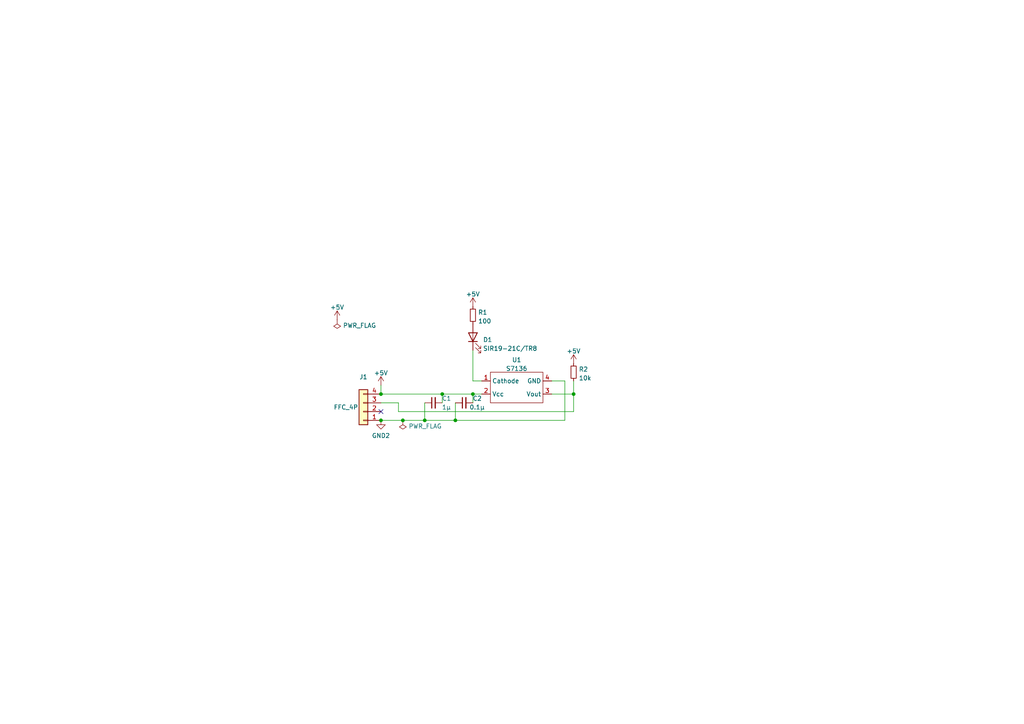
<source format=kicad_sch>
(kicad_sch (version 20211123) (generator eeschema)
  (paper "A4")
  (lib_symbols
    (symbol "Connector_Generic:Conn_01x04" (pin_names (offset 1.016) hide)
      (property "Reference" "J" (at 0 5.08 0))
      (property "Value" "Conn_01x04" (at 0 -7.62 0))
      (symbol "Conn_01x04_1_1"
        (rectangle (start -1.27 -4.953) (end 0 -5.207) (stroke (width 0.1524)))
        (rectangle (start -1.27 -2.413) (end 0 -2.667) (stroke (width 0.1524)))
        (rectangle (start -1.27 0.127) (end 0 -0.127) (stroke (width 0.1524)))
        (rectangle (start -1.27 2.667) (end 0 2.413) (stroke (width 0.1524)))
        (rectangle (start -1.27 3.81) (end 1.27 -6.35) (stroke (width 0.254)) (fill (type background)))
        (pin passive line (at -5.08 2.54 0) (length 3.81) (name "Pin_1") (number "1"))
        (pin passive line (at -5.08 0 0) (length 3.81) (name "Pin_2") (number "2"))
        (pin passive line (at -5.08 -2.54 0) (length 3.81) (name "Pin_3") (number "3"))
        (pin passive line (at -5.08 -5.08 0) (length 3.81) (name "Pin_4") (number "4"))
      )
    )
    (symbol "Device:C_Small" (pin_numbers hide) (pin_names (offset 0.254) hide)
      (property "Reference" "C" (at 0.254 1.778 0))
      (property "Value" "C_Small" (at 0.254 -2.032 0))
      (symbol "C_Small_0_1"
        (polyline (pts (xy -1.524 -0.508) (xy 1.524 -0.508)) (stroke (width 0.3302)))
        (polyline (pts (xy -1.524 0.508) (xy 1.524 0.508)) (stroke (width 0.3048)))
      )
      (symbol "C_Small_1_1"
        (pin passive line (at 0 2.54 270) (length 2.032) (name "~") (number "1"))
        (pin passive line (at 0 -2.54 90) (length 2.032) (name "~") (number "2"))
      )
    )
    (symbol "Device:LED" (pin_numbers hide) (pin_names (offset 1.016) hide)
      (property "Reference" "D" (at 0 2.54 0))
      (property "Value" "LED" (at 0 -2.54 0))
      (symbol "LED_0_1"
        (polyline (pts (xy -1.27 -1.27) (xy -1.27 1.27)) (stroke (width 0.254)))
        (polyline (pts (xy -1.27 0) (xy 1.27 0)))
        (polyline (pts (xy 1.27 -1.27) (xy 1.27 1.27) (xy -1.27 0) (xy 1.27 -1.27)) (stroke (width 0.254)))
        (polyline (pts (xy -3.048 -0.762) (xy -4.572 -2.286) (xy -3.81 -2.286) (xy -4.572 -2.286) (xy -4.572 -1.524)))
        (polyline (pts (xy -1.778 -0.762) (xy -3.302 -2.286) (xy -2.54 -2.286) (xy -3.302 -2.286) (xy -3.302 -1.524)))
      )
      (symbol "LED_1_1"
        (pin passive line (at -3.81 0 0) (length 2.54) (name "K") (number "1"))
        (pin passive line (at 3.81 0 180) (length 2.54) (name "A") (number "2"))
      )
    )
    (symbol "Device:R_Small" (pin_numbers hide) (pin_names (offset 0.254) hide)
      (property "Reference" "R" (at 0.762 0.508 0))
      (property "Value" "R_Small" (at 0.762 -1.016 0))
      (symbol "R_Small_0_1"
        (rectangle (start -0.762 1.778) (end 0.762 -1.778) (stroke (width 0.2032)))
      )
      (symbol "R_Small_1_1"
        (pin passive line (at 0 2.54 270) (length 0.762) (name "~") (number "1"))
        (pin passive line (at 0 -2.54 90) (length 0.762) (name "~") (number "2"))
      )
    )
    (symbol "power:+5V" (power) (pin_names (offset 0))
      (property "Value" "+5V" (at 0 3.556 0))
      (symbol "+5V_0_1"
        (polyline (pts (xy -0.762 1.27) (xy 0 2.54)))
        (polyline (pts (xy 0 0) (xy 0 2.54)))
        (polyline (pts (xy 0 2.54) (xy 0.762 1.27)))
      )
      (symbol "+5V_1_1"
        (pin power_in line (at 0 0 90) (length 0) hide (name "+5V") (number "1"))
      )
    )
    (symbol "power:GND2" (power) (pin_names (offset 0))
      (property "Value" "GND2" (at 0 -3.81 0))
      (symbol "GND2_0_1"
        (polyline (pts (xy 0 0) (xy 0 -1.27) (xy 1.27 -1.27) (xy 0 -2.54) (xy -1.27 -1.27) (xy 0 -1.27)))
      )
      (symbol "GND2_1_1"
        (pin power_in line (at 0 0 270) (length 0) hide (name "GND2") (number "1"))
      )
    )
    (symbol "power:PWR_FLAG" (power) (pin_numbers hide) (pin_names (offset 0) hide)
      (property "Value" "PWR_FLAG" (at 0 3.81 0))
      (symbol "PWR_FLAG_0_0"
        (pin power_out line (at 0 0 90) (length 0) (name "pwr") (number "1"))
      )
      (symbol "PWR_FLAG_0_1"
        (polyline (pts (xy 0 0) (xy 0 1.27) (xy -1.016 1.905) (xy 0 2.54) (xy 1.016 1.905) (xy 0 1.27)))
      )
    )
    (symbol "robot_contest:S7136"
      (property "Reference" "U" (at 0 3.81 0))
      (property "Value" "S7136" (at 0 1.27 0))
      (symbol "S7136_0_1"
        (rectangle (start -7.62 0) (end 7.62 -8.89))
      )
      (symbol "S7136_1_1"
        (pin bidirectional line (at -10.16 -2.54 0) (length 2.54) (name "Cathode") (number "1"))
        (pin power_in line (at -10.16 -6.35 0) (length 2.54) (name "Vcc") (number "2"))
        (pin output line (at 10.16 -6.35 180) (length 2.54) (name "Vout") (number "3"))
        (pin power_in line (at 10.16 -2.54 180) (length 2.54) (name "GND") (number "4"))
      )
    )
  )
  (junction (at 137.16 114.3))
  (junction (at 166.37 114.3))
  (junction (at 132.08 121.92))
  (junction (at 123.19 121.92))
  (junction (at 128.27 114.3))
  (junction (at 116.84 121.92))
  (junction (at 110.49 121.92))
  (junction (at 110.49 114.3))
  (no_connect (at 110.49 119.38))
  (wire (pts (xy 166.37 114.3) (xy 166.37 119.38)))
  (wire (pts (xy 137.16 114.3) (xy 137.16 116.84)))
  (wire (pts (xy 160.02 114.3) (xy 166.37 114.3)))
  (wire (pts (xy 128.27 114.3) (xy 128.27 116.84)))
  (wire (pts (xy 132.08 116.84) (xy 132.08 121.92)))
  (wire (pts (xy 163.83 110.49) (xy 160.02 110.49)))
  (wire (pts (xy 166.37 110.49) (xy 166.37 114.3)))
  (wire (pts (xy 123.19 116.84) (xy 123.19 121.92)))
  (wire (pts (xy 163.83 121.92) (xy 163.83 110.49)))
  (wire (pts (xy 128.27 114.3) (xy 137.16 114.3)))
  (wire (pts (xy 110.49 116.84) (xy 115.57 116.84)))
  (wire (pts (xy 137.16 110.49) (xy 139.7 110.49)))
  (wire (pts (xy 110.49 114.3) (xy 128.27 114.3)))
  (wire (pts (xy 110.49 111.76) (xy 110.49 114.3)))
  (wire (pts (xy 123.19 121.92) (xy 132.08 121.92)))
  (wire (pts (xy 137.16 101.6) (xy 137.16 110.49)))
  (wire (pts (xy 110.49 121.92) (xy 116.84 121.92)))
  (wire (pts (xy 137.16 114.3) (xy 139.7 114.3)))
  (wire (pts (xy 132.08 121.92) (xy 163.83 121.92)))
  (wire (pts (xy 115.57 116.84) (xy 115.57 119.38)))
  (wire (pts (xy 116.84 121.92) (xy 123.19 121.92)))
  (wire (pts (xy 115.57 119.38) (xy 166.37 119.38)))
  (symbol (lib_id "Device:R_Small") (at 166.37 107.95 0) (unit 1)
    (property "Reference" "R2" (at 167.8686 107.1153 0) (effects (justify left)))
    (property "Value" "10k" (at 167.8686 109.6522 0) (effects (justify left)))
    (property "Footprint" "Resistor_SMD:R_0603_1608Metric_Pad0.98x0.95mm_HandSolder" (effects hide))
  )
  (symbol (lib_id "power:+5V") (at 97.79 92.71 0) (unit 1)
    (property "Reference" "#PWR0101" (effects hide))
    (property "Value" "+5V" (at 97.79 89.1342 0))
  )
  (symbol (lib_id "Connector_Generic:Conn_01x04") (at 105.41 119.38 180) (unit 1)
    (property "Reference" "J1" (at 105.41 109.3302 0))
    (property "Value" "FFC_4P" (at 100.33 118.11 0))
    (property "Footprint" "robot_contest:Molex_FFC_1x4-1MP_P0.5mm_Horizontal" (effects hide))
  )
  (symbol (lib_id "power:PWR_FLAG") (at 97.79 92.71 180) (unit 1)
    (property "Reference" "#FLG0101" (effects hide))
    (property "Value" "PWR_FLAG" (at 99.441 94.4138 0) (effects (justify right)))
  )
  (symbol (lib_id "Device:R_Small") (at 137.16 91.44 0) (unit 1)
    (property "Reference" "R1" (at 138.6586 90.6053 0) (effects (justify left)))
    (property "Value" "100" (at 138.6586 93.1422 0) (effects (justify left)))
    (property "Footprint" "Resistor_SMD:R_0603_1608Metric_Pad0.98x0.95mm_HandSolder" (effects hide))
  )
  (symbol (lib_id "Device:C_Small") (at 125.73 116.84 90) (unit 1)
    (property "Reference" "C1" (at 129.54 115.57 90))
    (property "Value" "1μ" (at 129.54 118.11 90))
    (property "Footprint" "Capacitor_SMD:C_0402_1005Metric_Pad0.74x0.62mm_HandSolder" (effects hide))
  )
  (symbol (lib_id "Device:LED") (at 137.16 97.79 90) (unit 1)
    (property "Reference" "D1" (at 140.081 98.5428 90) (effects (justify right)))
    (property "Value" "SIR19-21C/TR8" (at 140.081 101.0797 90) (effects (justify right)))
    (property "Footprint" "LED_SMD:LED_0603_1608Metric_Pad1.05x0.95mm_HandSolder" (effects hide))
  )
  (symbol (lib_id "power:+5V") (at 166.37 105.41 0) (unit 1)
    (property "Reference" "#PWR04" (effects hide))
    (property "Value" "+5V" (at 166.37 101.8342 0))
  )
  (symbol (lib_id "power:+5V") (at 110.49 111.76 0) (unit 1)
    (property "Reference" "#PWR01" (effects hide))
    (property "Value" "+5V" (at 110.49 108.1842 0))
  )
  (symbol (lib_id "power:GND2") (at 110.49 121.92 0) (unit 1)
    (property "Reference" "#PWR02" (effects hide))
    (property "Value" "GND2" (at 110.49 126.3634 0))
  )
  (symbol (lib_id "robot_contest:S7136") (at 149.86 107.95 0) (unit 1)
    (property "Reference" "U1" (at 149.86 104.3772 0))
    (property "Value" "S7136" (at 149.86 106.9141 0))
    (property "Footprint" "robot_contest:S7136" (effects hide))
  )
  (symbol (lib_id "Device:C_Small") (at 134.62 116.84 90) (unit 1)
    (property "Reference" "C2" (at 138.43 115.57 90))
    (property "Value" "0.1μ" (at 138.43 118.11 90))
    (property "Footprint" "Capacitor_SMD:C_0402_1005Metric_Pad0.74x0.62mm_HandSolder" (effects hide))
  )
  (symbol (lib_id "power:+5V") (at 137.16 88.9 0) (unit 1)
    (property "Reference" "#PWR03" (effects hide))
    (property "Value" "+5V" (at 137.16 85.3242 0))
  )
  (symbol (lib_id "power:PWR_FLAG") (at 116.84 121.92 180) (unit 1)
    (property "Reference" "#FLG01" (effects hide))
    (property "Value" "PWR_FLAG" (at 118.491 123.6238 0) (effects (justify right)))
  )
)
</source>
